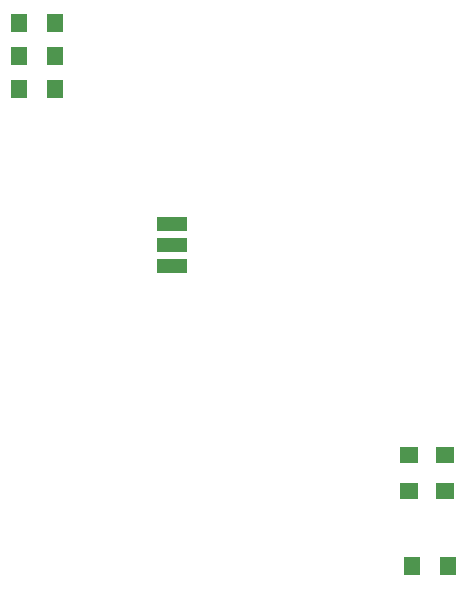
<source format=gbr>
G04 EAGLE Gerber RS-274X export*
G75*
%MOMM*%
%FSLAX34Y34*%
%LPD*%
%INSolderpaste Bottom*%
%IPPOS*%
%AMOC8*
5,1,8,0,0,1.08239X$1,22.5*%
G01*
%ADD10R,1.400000X1.600000*%
%ADD11R,1.600000X1.400000*%
%ADD12R,2.540000X1.270000*%


D10*
X168340Y805180D03*
X198340Y805180D03*
X168340Y777240D03*
X198340Y777240D03*
X168340Y749300D03*
X198340Y749300D03*
D11*
X497840Y409640D03*
X497840Y439640D03*
X528320Y409640D03*
X528320Y439640D03*
D12*
X297180Y599440D03*
X297180Y617220D03*
X297180Y635000D03*
D10*
X501080Y345440D03*
X531080Y345440D03*
M02*

</source>
